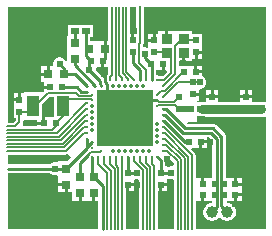
<source format=gtl>
G04*
G04 #@! TF.GenerationSoftware,Altium Limited,Altium Designer,19.0.10 (269)*
G04*
G04 Layer_Physical_Order=1*
G04 Layer_Color=255*
%FSLAX24Y24*%
%MOIN*%
G70*
G01*
G75*
%ADD10C,0.0059*%
%ADD11C,0.0098*%
%ADD13C,0.0079*%
%ADD14R,0.0236X0.0197*%
%ADD15R,0.0197X0.0236*%
%ADD16R,0.0256X0.0197*%
%ADD17R,0.0300X0.0300*%
%ADD18R,0.0315X0.0295*%
%ADD19R,0.0394X0.0709*%
%ADD20R,0.1909X0.1909*%
%ADD22R,0.0295X0.0315*%
%ADD23R,0.0374X0.0335*%
%ADD34C,0.0108*%
%ADD35C,0.0057*%
%ADD36C,0.0200*%
%ADD37C,0.0300*%
%ADD38C,0.0072*%
%ADD39C,0.0394*%
%ADD40C,0.0240*%
%ADD41C,0.0138*%
G36*
X372Y2817D02*
X316D01*
Y2598D01*
X216D01*
Y2817D01*
X169D01*
Y3708D01*
X372D01*
Y2817D01*
D02*
G37*
G36*
X-555Y2566D02*
X-609D01*
Y2309D01*
X-709D01*
Y2566D01*
X-907D01*
Y2566D01*
X-943D01*
Y2566D01*
X-1150D01*
Y2705D01*
X-1071D01*
Y3102D01*
X-1901D01*
Y2738D01*
X-1931D01*
Y2243D01*
X-1931D01*
Y2206D01*
X-1931D01*
Y1926D01*
X-1981Y1914D01*
X-1984Y1921D01*
X-2000Y1945D01*
X-2019Y1967D01*
X-2041Y1986D01*
X-2065Y2002D01*
X-2091Y2015D01*
X-2118Y2024D01*
X-2146Y2030D01*
X-2175Y2032D01*
X-2204Y2030D01*
X-2232Y2024D01*
X-2260Y2015D01*
X-2285Y2002D01*
X-2309Y1986D01*
X-2331Y1967D01*
X-2350Y1945D01*
X-2366Y1921D01*
X-2379Y1895D01*
X-2388Y1868D01*
X-2394Y1840D01*
X-2396Y1811D01*
X-2394Y1782D01*
X-2392Y1774D01*
X-2418Y1733D01*
X-2431Y1724D01*
X-2499D01*
Y1467D01*
X-2549D01*
Y1417D01*
X-2797D01*
Y1209D01*
X-2708D01*
Y1083D01*
X-2490D01*
Y983D01*
X-2708D01*
Y881D01*
X-2719Y872D01*
X-2765Y858D01*
Y858D01*
X-2765Y858D01*
X-3359D01*
Y828D01*
X-3465D01*
Y610D01*
X-3515D01*
Y560D01*
X-3713D01*
Y392D01*
Y-2D01*
X-3645D01*
Y-73D01*
X-3711Y-140D01*
X-3905D01*
Y3708D01*
X-555D01*
Y2566D01*
D02*
G37*
G36*
X4692Y550D02*
X4557D01*
X4550Y550D01*
X4237D01*
Y667D01*
X4039D01*
X3841D01*
Y550D01*
X3114D01*
Y667D01*
X2718D01*
Y550D01*
X2566D01*
X2538Y549D01*
X2510Y544D01*
X2483Y536D01*
X2457Y526D01*
X2452Y523D01*
X2407Y547D01*
X2417Y585D01*
X2464D01*
Y753D01*
X2266D01*
Y853D01*
X2464D01*
Y932D01*
X2486Y980D01*
X2515Y982D01*
X2543Y988D01*
X2570Y997D01*
X2596Y1010D01*
X2620Y1026D01*
X2642Y1045D01*
X2661Y1067D01*
X2677Y1091D01*
X2690Y1116D01*
X2699Y1144D01*
X2704Y1172D01*
X2706Y1201D01*
X2704Y1230D01*
X2699Y1258D01*
X2690Y1285D01*
X2677Y1311D01*
X2661Y1335D01*
X2642Y1357D01*
X2620Y1376D01*
X2596Y1392D01*
X2580Y1400D01*
Y1495D01*
X2362D01*
Y1545D01*
X2312D01*
Y1744D01*
X1803D01*
Y1906D01*
X1913D01*
Y2173D01*
X2013D01*
Y1906D01*
X2250D01*
Y1985D01*
X2328D01*
Y2203D01*
X2378D01*
Y2253D01*
X2576D01*
Y2379D01*
Y2815D01*
X2250D01*
Y2893D01*
X1442D01*
Y2626D01*
X1342D01*
Y2893D01*
X1105D01*
Y2815D01*
X1028D01*
Y2597D01*
X978D01*
Y2547D01*
X779D01*
Y2388D01*
X764Y2371D01*
X729Y2354D01*
X717Y2359D01*
X688Y2364D01*
X659Y2366D01*
X646Y2365D01*
X607Y2403D01*
X606Y2443D01*
X607Y2443D01*
X618Y2461D01*
X625Y2479D01*
X630Y2499D01*
X632Y2520D01*
Y3708D01*
X4692D01*
Y550D01*
D02*
G37*
G36*
X1320Y1593D02*
X1368D01*
X1389Y1543D01*
X1255Y1409D01*
X1166D01*
X1153Y1417D01*
X1130Y1427D01*
X1107Y1432D01*
X1083Y1434D01*
X1036Y1472D01*
Y1593D01*
X1220D01*
Y1791D01*
X1320D01*
Y1593D01*
D02*
G37*
G36*
X-683Y1702D02*
X-555D01*
Y1483D01*
X-584Y1454D01*
X-597Y1439D01*
X-608Y1421D01*
X-616Y1402D01*
X-620Y1383D01*
X-622Y1363D01*
X-630Y1350D01*
X-639Y1327D01*
X-686Y1318D01*
X-692Y1320D01*
X-693Y1323D01*
X-706Y1343D01*
X-721Y1361D01*
X-971Y1611D01*
X-970Y1619D01*
X-972Y1648D01*
X-973Y1652D01*
X-940Y1702D01*
X-783D01*
Y1900D01*
X-683D01*
Y1702D01*
D02*
G37*
G36*
X-2375Y31D02*
X-2658D01*
Y-167D01*
X-2708D01*
Y-217D01*
X-2926D01*
Y-256D01*
X-3394D01*
X-3412Y-206D01*
X-3410Y-203D01*
X-3399Y-186D01*
X-3391Y-167D01*
X-3386Y-147D01*
X-3385Y-127D01*
Y-90D01*
X-3359Y-51D01*
X-2926D01*
Y-117D01*
X-2758D01*
Y31D01*
X-2765D01*
Y458D01*
X-2503Y720D01*
X-2375D01*
Y31D01*
D02*
G37*
G36*
X-1784Y-1292D02*
X-1927Y-1435D01*
X-2220D01*
Y-1439D01*
X-2230Y-1451D01*
X-2270Y-1473D01*
X-2280Y-1470D01*
X-2308Y-1464D01*
X-2337Y-1463D01*
X-2366Y-1464D01*
X-2394Y-1470D01*
X-2421Y-1479D01*
X-2447Y-1492D01*
X-2471Y-1508D01*
X-2493Y-1527D01*
X-2498Y-1533D01*
X-3899D01*
X-3905Y-1528D01*
Y-1213D01*
X-1972D01*
X-1951Y-1211D01*
X-1931Y-1206D01*
X-1913Y-1198D01*
X-1895Y-1188D01*
X-1891Y-1185D01*
X-1784Y-1292D01*
D02*
G37*
G36*
X1630Y-1479D02*
Y-1565D01*
X1623Y-1575D01*
X1580Y-1603D01*
X1574Y-1602D01*
X1545Y-1600D01*
X1516Y-1602D01*
X1488Y-1608D01*
X1461Y-1617D01*
X1439Y-1628D01*
X1430Y-1625D01*
X1389Y-1603D01*
Y-1603D01*
X1341Y-1600D01*
Y-1388D01*
X1339Y-1364D01*
X1333Y-1342D01*
X1324Y-1320D01*
X1312Y-1300D01*
X1299Y-1284D01*
X1367Y-1216D01*
X1630Y-1479D01*
D02*
G37*
G36*
X2910Y-742D02*
Y-2002D01*
X2643D01*
Y-2200D01*
X2543D01*
Y-2002D01*
X2375D01*
X2354Y-1960D01*
Y-1233D01*
X2353Y-1213D01*
X2348Y-1193D01*
X2340Y-1174D01*
X2330Y-1157D01*
X2316Y-1141D01*
X2207Y-1032D01*
X2227Y-986D01*
X2470D01*
Y-787D01*
X2520D01*
Y-737D01*
X2738D01*
Y-642D01*
X2810D01*
X2910Y-742D01*
D02*
G37*
G36*
X2457Y74D02*
X2483Y64D01*
X2510Y56D01*
X2538Y51D01*
X2566Y50D01*
X4550D01*
X4557Y50D01*
X4692D01*
Y-3708D01*
X2361D01*
X2354Y-3701D01*
Y-2790D01*
X2375Y-2748D01*
X2543D01*
Y-2550D01*
X2643D01*
Y-2748D01*
X2910D01*
Y-2820D01*
X2906Y-2824D01*
X2872Y-2826D01*
X2839Y-2832D01*
X2807Y-2841D01*
X2777Y-2854D01*
X2747Y-2870D01*
X2720Y-2889D01*
X2695Y-2911D01*
X2673Y-2936D01*
X2654Y-2963D01*
X2638Y-2993D01*
X2625Y-3023D01*
X2616Y-3055D01*
X2610Y-3088D01*
X2608Y-3122D01*
X2610Y-3155D01*
X2616Y-3188D01*
X2625Y-3220D01*
X2638Y-3251D01*
X2654Y-3280D01*
X2673Y-3307D01*
X2695Y-3332D01*
X2720Y-3354D01*
X2747Y-3373D01*
X2777Y-3389D01*
X2807Y-3402D01*
X2839Y-3411D01*
X2872Y-3417D01*
X2906Y-3419D01*
X2939Y-3417D01*
X2972Y-3411D01*
X3004Y-3402D01*
X3035Y-3389D01*
X3064Y-3373D01*
X3091Y-3354D01*
X3116Y-3332D01*
X3123Y-3323D01*
X3139Y-3318D01*
X3172D01*
X3188Y-3323D01*
X3195Y-3332D01*
X3220Y-3354D01*
X3247Y-3373D01*
X3277Y-3389D01*
X3307Y-3402D01*
X3339Y-3411D01*
X3372Y-3417D01*
X3406Y-3419D01*
X3439Y-3417D01*
X3472Y-3411D01*
X3504Y-3402D01*
X3535Y-3389D01*
X3564Y-3373D01*
X3591Y-3354D01*
X3616Y-3332D01*
X3638Y-3307D01*
X3657Y-3280D01*
X3673Y-3251D01*
X3686Y-3220D01*
X3695Y-3188D01*
X3701Y-3155D01*
X3703Y-3122D01*
X3701Y-3088D01*
X3695Y-3055D01*
X3686Y-3023D01*
X3673Y-2993D01*
X3657Y-2963D01*
X3638Y-2936D01*
X3616Y-2911D01*
X3591Y-2889D01*
X3564Y-2870D01*
X3535Y-2854D01*
X3504Y-2841D01*
X3472Y-2832D01*
X3439Y-2826D01*
X3422Y-2825D01*
X3391Y-2780D01*
X3406Y-2748D01*
X3632D01*
Y-2550D01*
X3682D01*
Y-2500D01*
X3900D01*
Y-2398D01*
X3900D01*
Y-2250D01*
X3682D01*
Y-2200D01*
X3632D01*
Y-2002D01*
X3365D01*
Y-616D01*
X3365Y-616D01*
X3363Y-592D01*
X3358Y-569D01*
X3349Y-548D01*
X3337Y-528D01*
X3321Y-510D01*
X3321Y-510D01*
X3042Y-231D01*
X3025Y-216D01*
X3004Y-203D01*
X2983Y-194D01*
X2960Y-189D01*
X2937Y-187D01*
X2086D01*
X2079Y-178D01*
X2106Y-128D01*
X2392D01*
Y56D01*
X2414Y73D01*
X2442Y83D01*
X2457Y74D01*
D02*
G37*
G36*
X1461Y-2025D02*
X1488Y-2034D01*
X1516Y-2039D01*
X1545Y-2041D01*
X1574Y-2039D01*
X1580Y-2038D01*
X1623Y-2066D01*
X1630Y-2077D01*
Y-3701D01*
X1623Y-3708D01*
X1096D01*
X1090Y-3701D01*
Y-2433D01*
X1141D01*
Y-2215D01*
X1191D01*
Y-2165D01*
X1389D01*
Y-2041D01*
X1395Y-2035D01*
X1422Y-2019D01*
X1439Y-2014D01*
X1461Y-2025D01*
D02*
G37*
G36*
X375Y-2039D02*
X404Y-2041D01*
X430Y-2040D01*
X433Y-2040D01*
X480Y-2076D01*
Y-3701D01*
X473Y-3708D01*
X38D01*
X32Y-3701D01*
Y-2433D01*
X48D01*
Y-2215D01*
X98D01*
Y-2165D01*
X297D01*
Y-2069D01*
X299Y-2065D01*
X343Y-2034D01*
X346Y-2034D01*
X375Y-2039D01*
D02*
G37*
G36*
X-2493Y-1839D02*
X-2471Y-1858D01*
X-2447Y-1874D01*
X-2421Y-1887D01*
X-2394Y-1896D01*
X-2366Y-1902D01*
X-2337Y-1904D01*
X-2308Y-1902D01*
X-2280Y-1896D01*
X-2270Y-1893D01*
X-2257Y-1900D01*
X-2220Y-1931D01*
Y-1967D01*
X-2220D01*
Y-2165D01*
X-1963D01*
Y-2215D01*
X-1913D01*
Y-2462D01*
X-1754D01*
Y-2748D01*
X-1546D01*
Y-2500D01*
X-1446D01*
Y-2748D01*
X-1083D01*
Y-2500D01*
X-983D01*
Y-2748D01*
X-888D01*
Y-3691D01*
X-904Y-3708D01*
X-3905D01*
Y-1838D01*
X-3899Y-1833D01*
X-2498D01*
X-2493Y-1839D01*
D02*
G37*
%LPC*%
G36*
X-2599Y1724D02*
X-2797D01*
Y1517D01*
X-2599D01*
Y1724D01*
D02*
G37*
G36*
X-3565Y828D02*
X-3713D01*
Y660D01*
X-3565D01*
Y828D01*
D02*
G37*
G36*
X928Y2815D02*
X779D01*
Y2647D01*
X928D01*
Y2815D01*
D02*
G37*
G36*
X2576Y2153D02*
X2428D01*
Y1985D01*
X2576D01*
Y2153D01*
D02*
G37*
G36*
X2580Y1744D02*
X2412D01*
Y1595D01*
X2580D01*
Y1744D01*
D02*
G37*
G36*
X4237Y935D02*
X4089D01*
Y767D01*
X4237D01*
Y935D01*
D02*
G37*
G36*
X3114Y935D02*
X2966D01*
Y767D01*
X3114D01*
Y935D01*
D02*
G37*
G36*
X2866D02*
X2718D01*
Y767D01*
X2866D01*
Y935D01*
D02*
G37*
G36*
X3989Y935D02*
X3841D01*
Y767D01*
X3989D01*
Y935D01*
D02*
G37*
G36*
X2738Y-837D02*
X2570D01*
Y-986D01*
X2738D01*
Y-837D01*
D02*
G37*
G36*
X3900Y-2002D02*
X3732D01*
Y-2150D01*
X3900D01*
Y-2002D01*
D02*
G37*
G36*
X3900Y-2600D02*
X3732D01*
Y-2748D01*
X3900D01*
Y-2600D01*
D02*
G37*
G36*
X1389Y-2265D02*
X1241D01*
Y-2433D01*
X1389D01*
Y-2265D01*
D02*
G37*
G36*
X297D02*
X148D01*
Y-2433D01*
X297D01*
Y-2265D01*
D02*
G37*
G36*
X-2013D02*
X-2220D01*
Y-2462D01*
X-2013D01*
Y-2265D01*
D02*
G37*
%LPD*%
D10*
X1287Y-295D02*
X2225Y-1233D01*
X1320Y-492D02*
X2108Y-1281D01*
X1352Y-689D02*
X1992Y-1329D01*
X1385Y-886D02*
X1876Y-1377D01*
X1417Y-1083D02*
X1760Y-1425D01*
X1319Y915D02*
X1949Y1545D01*
X1280Y712D02*
X1769Y1201D01*
X2486D01*
X1760Y-3701D02*
Y-1425D01*
X1876Y-3701D02*
Y-1377D01*
X1992Y-3701D02*
Y-1329D01*
X2225Y-3701D02*
Y-1233D01*
X2108Y-3701D02*
Y-1281D01*
X1280Y-295D02*
X1287D01*
X1280Y-689D02*
X1352D01*
X1280Y-886D02*
X1385D01*
X1280Y-492D02*
X1320D01*
X1280Y-1083D02*
X1417D01*
X886Y-1518D02*
Y-1280D01*
X960Y-3701D02*
Y-1592D01*
X886Y-1518D02*
X960Y-1592D01*
X843Y-3701D02*
Y-1640D01*
X689Y-1486D02*
Y-1280D01*
Y-1486D02*
X843Y-1640D01*
X492Y-1453D02*
Y-1280D01*
X727Y-3701D02*
Y-1688D01*
X492Y-1453D02*
X727Y-1688D01*
X610Y-3701D02*
Y-1735D01*
X295Y-1420D02*
X610Y-1735D01*
X295Y-1420D02*
Y-1280D01*
X-295Y-1568D02*
Y-1280D01*
X-215Y-3701D02*
Y-1649D01*
X-295Y-1568D02*
X-215Y-1649D01*
X-492Y-1535D02*
Y-1280D01*
X-331Y-3701D02*
Y-1697D01*
X-492Y-1535D02*
X-331Y-1697D01*
X-98Y-3701D02*
Y-1280D01*
X1083Y1280D02*
X1309D01*
X1280Y1083D02*
X1673Y1476D01*
X1085Y787D02*
X1213Y915D01*
X1083Y787D02*
X1085D01*
X1213Y915D02*
X1319D01*
X1280Y689D02*
Y712D01*
X1673Y2402D02*
X1868Y2597D01*
X2378D01*
X978Y2203D02*
X1363D01*
X-492Y1280D02*
Y1362D01*
X-98Y1280D02*
Y1348D01*
X689Y1280D02*
Y1599D01*
X1363Y2203D02*
X1392Y2173D01*
X1545Y2020D01*
X1673Y1476D02*
Y2402D01*
X1545Y1516D02*
Y2020D01*
X1309Y1280D02*
X1545Y1516D01*
X453Y1835D02*
X689Y1599D01*
X-1282Y492D02*
X-1280D01*
X-1282Y295D02*
X-1280D01*
X-2195Y-618D02*
X-1282Y295D01*
X-2142Y-734D02*
X-1309Y98D01*
X-1280D01*
X-2071Y-850D02*
X-1319Y-98D01*
X-1280D01*
X-3917Y-850D02*
X-2071D01*
X-1348Y-295D02*
X-1280D01*
X-2020Y-967D02*
X-1348Y-295D01*
X-3917Y-967D02*
X-2020D01*
X-1972Y-1083D02*
X-1381Y-492D01*
X-1280D01*
X-3917Y-1083D02*
X-1972D01*
X-2314Y-256D02*
Y-167D01*
X-2444Y-386D02*
X-2314Y-256D01*
X-3917Y-734D02*
X-2142D01*
X-3917Y-618D02*
X-2195D01*
X453Y2470D02*
X502Y2520D01*
Y3722D01*
X453Y1835D02*
Y2470D01*
X-492Y1362D02*
X-425Y1429D01*
Y3720D01*
X39Y1539D02*
Y3720D01*
X-309Y1293D02*
X-295Y1280D01*
X-309Y1293D02*
Y3720D01*
X-193Y1443D02*
X-98Y1348D01*
X-193Y1443D02*
Y3720D01*
X-77Y1491D02*
Y3720D01*
Y1491D02*
X98Y1316D01*
Y1280D02*
Y1316D01*
X39Y1539D02*
X295Y1283D01*
Y1280D02*
Y1283D01*
X-3658Y-270D02*
X-3515Y-127D01*
X-3917Y-270D02*
X-3658D01*
X-3515Y-127D02*
Y217D01*
X-3917Y-386D02*
X-2444D01*
X-3917Y-502D02*
X-2276D01*
X-1282Y492D01*
D11*
X2872Y-492D02*
X3060Y-680D01*
Y-2598D02*
Y-680D01*
X2906Y-3122D02*
X3060Y-2967D01*
X3216Y-2932D02*
X3406Y-3122D01*
X3060Y-2967D02*
Y-2605D01*
X3216Y-2932D02*
Y-2598D01*
X1310Y-98D02*
X1999Y-787D01*
X2126D01*
X1333Y98D02*
X1923Y-492D01*
X2872D01*
X1988Y-337D02*
X2937D01*
X1356Y295D02*
X1988Y-337D01*
X2937D02*
X3216Y-616D01*
Y-2598D02*
Y-616D01*
X-1673Y1772D02*
Y1959D01*
Y1772D02*
X-984Y1083D01*
X-1299Y2067D02*
Y2904D01*
X-1673Y2490D02*
Y2904D01*
X-738Y-3691D02*
Y-2264D01*
X-1033Y-1969D02*
X-738Y-2264D01*
X-1496Y-1484D02*
X-1243Y-1231D01*
X-1496Y-1969D02*
Y-1484D01*
X-1083Y-1919D02*
Y-1280D01*
Y-1919D02*
X-1033Y-1969D01*
X1211Y-1841D02*
X1545D01*
X876Y1791D02*
X886Y1781D01*
Y1280D02*
Y1781D01*
X492Y1280D02*
Y1604D01*
X1280Y-98D02*
X1310D01*
X1280Y295D02*
X1356D01*
X1280Y98D02*
X1333D01*
X1191Y-1821D02*
X1211Y-1841D01*
X1191Y-1821D02*
Y-1388D01*
X1083Y-1280D02*
X1191Y-1388D01*
X98Y-1821D02*
Y-1280D01*
X236Y236D02*
X591Y591D01*
X0Y0D02*
X236Y236D01*
X591Y591D02*
X1083D01*
X98Y-1821D02*
X404D01*
X266Y1830D02*
Y2205D01*
Y1830D02*
X492Y1604D01*
X-591Y1083D02*
Y1151D01*
X-653Y1213D02*
X-591Y1151D01*
X-653Y1213D02*
Y1434D01*
X-827Y1152D02*
Y1255D01*
X-787Y1083D02*
Y1113D01*
X-827Y1152D02*
X-787Y1113D01*
X-1191Y1619D02*
X-827Y1255D01*
X-1663Y1467D02*
X-1280Y1083D01*
X-2018Y1467D02*
X-1663D01*
X-1467Y886D02*
X-1280D01*
X-1614Y1033D02*
X-1467Y886D01*
X-2096Y1033D02*
X-1614D01*
X-2018Y1467D02*
Y1654D01*
X-2175Y1811D02*
X-2018Y1654D01*
X659Y2008D02*
X876Y1791D01*
X659Y2008D02*
Y2146D01*
X-2337Y-1683D02*
X-1963D01*
X-591Y591D02*
Y1083D01*
Y591D02*
X0Y0D01*
X-3899Y-1683D02*
X-2337D01*
X-1963D02*
X-1280Y-1000D01*
X-1113Y-787D02*
X-1083D01*
X-1280Y-954D02*
X-1113Y-787D01*
X-1280Y-1000D02*
Y-954D01*
Y-689D01*
X-1191Y1619D02*
Y1959D01*
X-1299Y2067D02*
X-1191Y1959D01*
X-733Y1900D02*
X-659Y1974D01*
Y2309D01*
D13*
X-593Y-3701D02*
Y-1829D01*
X-886Y-1535D02*
X-593Y-1829D01*
X-457Y-3701D02*
Y-1768D01*
X-689Y-1535D02*
X-457Y-1768D01*
X-689Y-1535D02*
Y-1280D01*
X-886Y-1535D02*
Y-1280D01*
D14*
X3289Y-2550D02*
D03*
X3682D02*
D03*
X3289Y-2200D02*
D03*
X3682D02*
D03*
X2593Y-2550D02*
D03*
X2987D02*
D03*
X2593Y-2200D02*
D03*
X2987D02*
D03*
X2520Y-787D02*
D03*
X2126D02*
D03*
X2362Y1545D02*
D03*
X1969D02*
D03*
X-2708Y-167D02*
D03*
X-2314D02*
D03*
X-2490Y1033D02*
D03*
X-2096D02*
D03*
X1270Y1791D02*
D03*
X876D02*
D03*
X-1127Y1900D02*
D03*
X-733D02*
D03*
D15*
X4039Y323D02*
D03*
Y717D02*
D03*
X1792Y699D02*
D03*
Y305D02*
D03*
X2266Y803D02*
D03*
Y1197D02*
D03*
X2916Y717D02*
D03*
Y323D02*
D03*
X-3515Y610D02*
D03*
Y217D02*
D03*
X266Y2598D02*
D03*
Y2205D02*
D03*
X978Y2597D02*
D03*
Y2203D02*
D03*
X2378Y2203D02*
D03*
Y2597D02*
D03*
X98Y-2215D02*
D03*
Y-1821D02*
D03*
X1191Y-2215D02*
D03*
Y-1821D02*
D03*
D16*
X2539Y302D02*
D03*
X2165Y302D02*
D03*
X-1299Y2904D02*
D03*
X-1673D02*
D03*
D17*
X4550Y300D02*
D03*
D18*
X-1673Y1959D02*
D03*
Y2490D02*
D03*
X-1033Y-1969D02*
D03*
Y-2500D02*
D03*
X-1496Y-1969D02*
D03*
Y-2500D02*
D03*
X-1963Y-1683D02*
D03*
Y-2215D02*
D03*
D19*
X-3062Y404D02*
D03*
X-2078D02*
D03*
D20*
X0Y0D02*
D03*
D22*
X-2018Y1467D02*
D03*
X-2549D02*
D03*
X-1191Y2309D02*
D03*
X-659D02*
D03*
D23*
X1963Y2173D02*
D03*
Y2626D02*
D03*
X1392D02*
D03*
Y2173D02*
D03*
D34*
X1083Y-1280D02*
D03*
X886D02*
D03*
X689D02*
D03*
X492D02*
D03*
X295D02*
D03*
X98D02*
D03*
X-98D02*
D03*
X-295D02*
D03*
X-492D02*
D03*
X-689D02*
D03*
X-886D02*
D03*
X-1083D02*
D03*
X1280Y-1083D02*
D03*
X787D02*
D03*
X591D02*
D03*
X394D02*
D03*
X197D02*
D03*
X0D02*
D03*
X-197D02*
D03*
X-394D02*
D03*
X-787D02*
D03*
X-1083Y-984D02*
D03*
X1280Y-886D02*
D03*
X1083Y-787D02*
D03*
X-1083D02*
D03*
X1280Y-689D02*
D03*
X-1280D02*
D03*
X1083Y-591D02*
D03*
X1280Y-492D02*
D03*
X-1280D02*
D03*
X1083Y-394D02*
D03*
X-1083D02*
D03*
X1280Y-295D02*
D03*
X-1280D02*
D03*
X1083Y-197D02*
D03*
X-1083D02*
D03*
X1280Y-98D02*
D03*
X-1280D02*
D03*
X-1083Y0D02*
D03*
X1280Y98D02*
D03*
X-1280D02*
D03*
X-1083Y197D02*
D03*
X1280Y295D02*
D03*
X-1280D02*
D03*
X1083Y394D02*
D03*
X-1083D02*
D03*
X-1280Y492D02*
D03*
X1083Y591D02*
D03*
X-1083D02*
D03*
X1280Y689D02*
D03*
X-1083Y787D02*
D03*
X-1280Y886D02*
D03*
X1083Y787D02*
D03*
X1280Y1083D02*
D03*
X591D02*
D03*
X394D02*
D03*
X197D02*
D03*
X0D02*
D03*
X-197D02*
D03*
X-394D02*
D03*
X-591D02*
D03*
X-787D02*
D03*
X-984D02*
D03*
X-1280D02*
D03*
X1083Y1280D02*
D03*
X689D02*
D03*
X492D02*
D03*
X295D02*
D03*
X98D02*
D03*
X-98D02*
D03*
X-295D02*
D03*
X-492D02*
D03*
X886D02*
D03*
D35*
X1642Y549D02*
X1792Y699D01*
X1124Y549D02*
X1642D01*
X1124Y435D02*
X1662D01*
X1793Y303D01*
X1795Y301D01*
X1083Y394D02*
X1124Y435D01*
X1083Y591D02*
X1124Y549D01*
X-1124Y632D02*
X-1083Y591D01*
X-1124Y746D02*
X-1083Y787D01*
X-1621Y849D02*
X-1522Y751D01*
X-1519D01*
X-1514Y746D01*
X-1124D01*
X-2078Y404D02*
X-1849Y632D01*
X-2314Y-167D02*
X-2078Y69D01*
Y404D01*
X-3249Y217D02*
X-3062Y404D01*
X-3515Y217D02*
X-3249D01*
X-2556Y849D02*
X-1621D01*
X-1849Y632D02*
X-1124D01*
X-3002Y404D02*
X-2556Y849D01*
X-3062Y404D02*
X-3002D01*
D36*
X1793Y303D02*
X2145D01*
D37*
X2566Y300D02*
X4550D01*
D38*
X-837Y-1132D02*
X-787Y-1083D01*
X-1144Y-1132D02*
X-837D01*
X-1243Y-1231D02*
X-1144Y-1132D01*
D39*
X2906Y-3122D02*
D03*
X3406D02*
D03*
D40*
X2593Y-2850D02*
D03*
Y-1900D02*
D03*
X3682D02*
D03*
X1949Y1841D02*
D03*
X3490Y-3590D02*
D03*
X2472D02*
D03*
X2825Y-797D02*
D03*
X3570Y3590D02*
D03*
X757D02*
D03*
Y2953D02*
D03*
X1390Y3020D02*
D03*
X2710Y2210D02*
D03*
X2700Y1550D02*
D03*
X2486Y1201D02*
D03*
X2590Y700D02*
D03*
X2569Y-39D02*
D03*
X4566Y-79D02*
D03*
X4566Y679D02*
D03*
X2910Y1050D02*
D03*
X4570Y-3590D02*
D03*
Y-2590D02*
D03*
Y-1590D02*
D03*
X2472D02*
D03*
X3682Y-2850D02*
D03*
X3490Y-590D02*
D03*
X4570D02*
D03*
X2570Y3590D02*
D03*
X4570D02*
D03*
X1570D02*
D03*
X4570Y2590D02*
D03*
X3570D02*
D03*
X4570Y1590D02*
D03*
X3570D02*
D03*
X3566Y679D02*
D03*
X3566Y-79D02*
D03*
X709Y-709D02*
D03*
X236D02*
D03*
X-236D02*
D03*
X-709D02*
D03*
X709Y-236D02*
D03*
X236D02*
D03*
X-236D02*
D03*
X-709D02*
D03*
X709Y236D02*
D03*
X236D02*
D03*
X-236D02*
D03*
X-709D02*
D03*
X709Y709D02*
D03*
X236D02*
D03*
X-236D02*
D03*
X-709D02*
D03*
X-2002Y-1330D02*
D03*
X-3790D02*
D03*
X1417Y-1378D02*
D03*
X1211Y-2550D02*
D03*
X404Y-2244D02*
D03*
X1545Y-1821D02*
D03*
X404Y-1821D02*
D03*
X-709Y1457D02*
D03*
X-2175Y1811D02*
D03*
X1201Y1496D02*
D03*
X659Y2146D02*
D03*
X-3062Y-157D02*
D03*
X-2337Y-1683D02*
D03*
X-3790Y-3590D02*
D03*
Y-2470D02*
D03*
Y984D02*
D03*
Y2362D02*
D03*
Y3590D02*
D03*
X-2559D02*
D03*
X-1575D02*
D03*
X-719D02*
D03*
X-2559Y2362D02*
D03*
X-2913Y1467D02*
D03*
X-2835Y1033D02*
D03*
X-2619Y394D02*
D03*
X-3790Y-60D02*
D03*
X-2500Y-3590D02*
D03*
X-2503Y-2559D02*
D03*
X-1912D02*
D03*
X-1970Y-3590D02*
D03*
X-1020D02*
D03*
X-1516Y-2864D02*
D03*
X-1043D02*
D03*
X148Y-2559D02*
D03*
X260Y-3590D02*
D03*
X1350D02*
D03*
X1496Y-2234D02*
D03*
X295Y2904D02*
D03*
X-740Y2710D02*
D03*
X-1191Y1619D02*
D03*
D41*
X197Y-1083D02*
D03*
X591Y1083D02*
D03*
X394D02*
D03*
X197D02*
D03*
X0D02*
D03*
X-197D02*
D03*
X-394D02*
D03*
X0Y-1083D02*
D03*
X-197Y-1083D02*
D03*
X-394D02*
D03*
X1083Y-787D02*
D03*
Y-591D02*
D03*
Y-394D02*
D03*
X1083Y-197D02*
D03*
X591Y-1083D02*
D03*
X394D02*
D03*
X787D02*
D03*
X-1083Y197D02*
D03*
Y0D02*
D03*
Y-197D02*
D03*
Y-394D02*
D03*
Y394D02*
D03*
M02*

</source>
